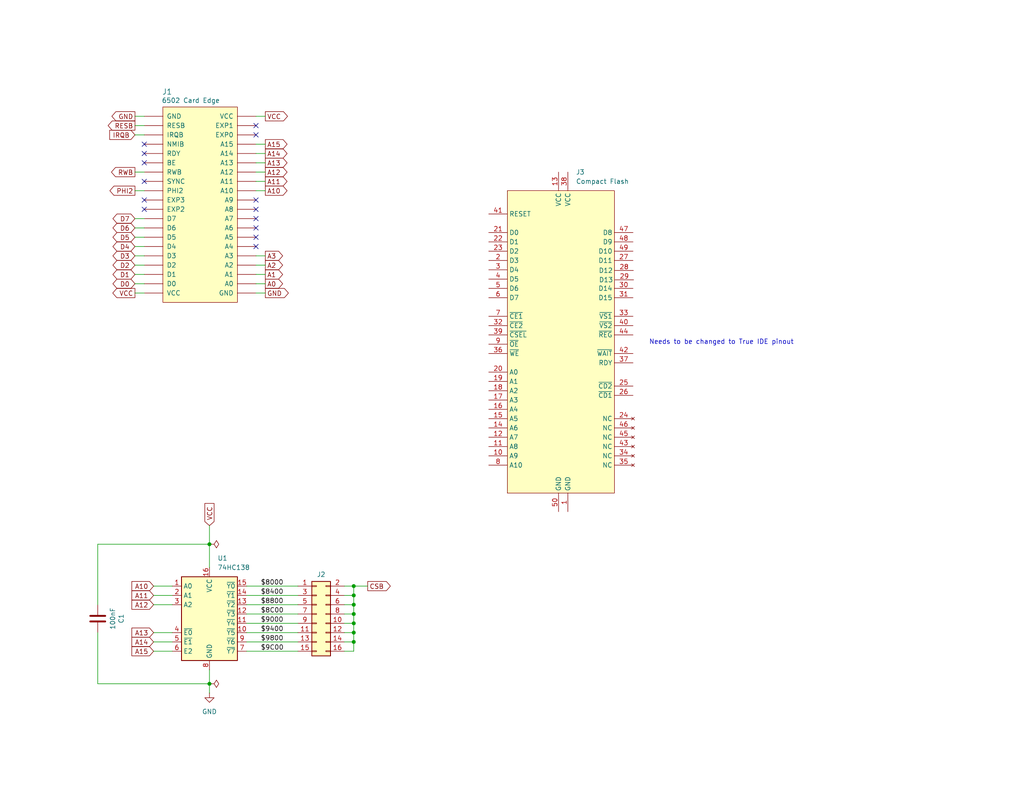
<source format=kicad_sch>
(kicad_sch (version 20231120) (generator "eeschema") (generator_version "8.0")
  (paper "USLetter")
  (title_block (title "6502 Storage Card") (date "2024-06-20") (rev "1.0") (company "A.C. Wright Design"))
  (lib_symbols
    (symbol "6502 Parts:6502 Card Edge" (pin_names (offset 1.016)) (in_bom no)
      (property "Reference" "J" (at -10.16 28.448 0))
      (property "Value" "6502 Card Edge" (at -5.588 26.924 0))
      (symbol "6502 Card Edge_1_0"
        (rectangle (start -10.16 25.4) (end 10.16 -27.94) (fill (type background)))
        (pin bidirectional line (at 15.24 -22.86 180) (length 5.08) (name "A0") (number "A0"))
        (pin bidirectional line (at 15.24 -20.32 180) (length 5.08) (name "A1") (number "A1"))
        (pin bidirectional line (at 15.24 2.54 180) (length 5.08) (name "A10") (number "A10"))
        (pin bidirectional line (at 15.24 5.08 180) (length 5.08) (name "A11") (number "A11"))
        (pin bidirectional line (at 15.24 7.62 180) (length 5.08) (name "A12") (number "A12"))
        (pin bidirectional line (at 15.24 10.16 180) (length 5.08) (name "A13") (number "A13"))
        (pin bidirectional line (at 15.24 12.7 180) (length 5.08) (name "A14") (number "A14"))
        (pin bidirectional line (at 15.24 15.24 180) (length 5.08) (name "A15") (number "A15"))
        (pin bidirectional line (at 15.24 -17.78 180) (length 5.08) (name "A2") (number "A2"))
        (pin bidirectional line (at 15.24 -15.24 180) (length 5.08) (name "A3") (number "A3"))
        (pin bidirectional line (at 15.24 -12.7 180) (length 5.08) (name "A4") (number "A4"))
        (pin bidirectional line (at 15.24 -10.16 180) (length 5.08) (name "A5") (number "A5"))
        (pin bidirectional line (at 15.24 -7.62 180) (length 5.08) (name "A6") (number "A6"))
        (pin bidirectional line (at 15.24 -5.08 180) (length 5.08) (name "A7") (number "A7"))
        (pin bidirectional line (at 15.24 -2.54 180) (length 5.08) (name "A8") (number "A8"))
        (pin bidirectional line (at 15.24 0 180) (length 5.08) (name "A9") (number "A9"))
        (pin bidirectional line (at -15.24 10.16 0) (length 5.08) (name "BE") (number "BE"))
        (pin bidirectional line (at -15.24 -22.86 0) (length 5.08) (name "D0") (number "D0"))
        (pin bidirectional line (at -15.24 -20.32 0) (length 5.08) (name "D1") (number "D1"))
        (pin bidirectional line (at -15.24 -17.78 0) (length 5.08) (name "D2") (number "D2"))
        (pin bidirectional line (at -15.24 -15.24 0) (length 5.08) (name "D3") (number "D3"))
        (pin bidirectional line (at -15.24 -12.7 0) (length 5.08) (name "D4") (number "D4"))
        (pin bidirectional line (at -15.24 -10.16 0) (length 5.08) (name "D5") (number "D5"))
        (pin bidirectional line (at -15.24 -7.62 0) (length 5.08) (name "D6") (number "D6"))
        (pin bidirectional line (at -15.24 -5.08 0) (length 5.08) (name "D7") (number "D7"))
        (pin bidirectional line (at 15.24 17.78 180) (length 5.08) (name "EXP0") (number "EXP0"))
        (pin bidirectional line (at 15.24 20.32 180) (length 5.08) (name "EXP1") (number "EXP1"))
        (pin bidirectional line (at -15.24 -2.54 0) (length 5.08) (name "EXP2") (number "EXP2"))
        (pin bidirectional line (at -15.24 0 0) (length 5.08) (name "EXP3") (number "EXP3"))
        (pin power_in line (at -15.24 22.86 0) (length 5.08) (name "GND") (number "GND"))
        (pin power_in line (at 15.24 -25.4 180) (length 5.08) (name "GND") (number "GND"))
        (pin bidirectional line (at -15.24 17.78 0) (length 5.08) (name "IRQB") (number "IRQB"))
        (pin bidirectional line (at -15.24 15.24 0) (length 5.08) (name "NMIB") (number "NMIB"))
        (pin bidirectional line (at -15.24 2.54 0) (length 5.08) (name "PHI2") (number "PHI2"))
        (pin bidirectional line (at -15.24 12.7 0) (length 5.08) (name "RDY") (number "RDY"))
        (pin bidirectional line (at -15.24 20.32 0) (length 5.08) (name "RESB") (number "RESB"))
        (pin bidirectional line (at -15.24 7.62 0) (length 5.08) (name "RWB") (number "RWB"))
        (pin bidirectional line (at -15.24 5.08 0) (length 5.08) (name "SYNC") (number "SYNC"))
        (pin power_in line (at -15.24 -25.4 0) (length 5.08) (name "VCC") (number "VCC"))
        (pin power_in line (at 15.24 22.86 180) (length 5.08) (name "VCC") (number "VCC"))
      )
    )
    (symbol "6502 Parts:Compact Flash"
      (property "Reference" "J" (at 4.572 42.926 0))
      (property "Value" "Compact Flash" (at 11.176 40.894 0))
      (symbol "Compact Flash_1_0"
        (pin power_in line (at 1.27 -48.26 90) (length 5.08) (name "GND") (number "1"))
        (pin input line (at -20.32 -33.02 0) (length 5.08) (name "A9") (number "10"))
        (pin input line (at -20.32 -30.48 0) (length 5.08) (name "A8") (number "11"))
        (pin input line (at -20.32 -27.94 0) (length 5.08) (name "A7") (number "12"))
        (pin power_in line (at -1.27 44.45 270) (length 5.08) (name "VCC") (number "13"))
        (pin input line (at -20.32 -25.4 0) (length 5.08) (name "A6") (number "14"))
        (pin input line (at -20.32 -22.86 0) (length 5.08) (name "A5") (number "15"))
        (pin input line (at -20.32 -20.32 0) (length 5.08) (name "A4") (number "16"))
        (pin input line (at -20.32 -17.78 0) (length 5.08) (name "A3") (number "17"))
        (pin input line (at -20.32 -15.24 0) (length 5.08) (name "A2") (number "18"))
        (pin input line (at -20.32 -12.7 0) (length 5.08) (name "A1") (number "19"))
        (pin bidirectional line (at -20.32 20.32 0) (length 5.08) (name "D3") (number "2"))
        (pin input line (at -20.32 -10.16 0) (length 5.08) (name "A0") (number "20"))
        (pin bidirectional line (at -20.32 27.94 0) (length 5.08) (name "D0") (number "21"))
        (pin bidirectional line (at -20.32 25.4 0) (length 5.08) (name "D1") (number "22"))
        (pin bidirectional line (at -20.32 22.86 0) (length 5.08) (name "D2") (number "23"))
        (pin no_connect line (at 19.05 -22.86 180) (length 5.08) (name "NC") (number "24"))
        (pin output line (at 19.05 -13.97 180) (length 5.08) (name "~{CD2}") (number "25"))
        (pin output line (at 19.05 -16.51 180) (length 5.08) (name "~{CD1}") (number "26"))
        (pin bidirectional line (at 19.05 20.32 180) (length 5.08) (name "D11") (number "27"))
        (pin bidirectional line (at 19.1511 17.5917 180) (length 5.08) (name "D12") (number "28"))
        (pin bidirectional line (at 19.215 15.0361 180) (length 5.08) (name "D13") (number "29"))
        (pin bidirectional line (at -20.32 17.78 0) (length 5.08) (name "D4") (number "3"))
        (pin bidirectional line (at 19.05 12.7 180) (length 5.08) (name "D14") (number "30"))
        (pin bidirectional line (at 19.05 10.16 180) (length 5.08) (name "D15") (number "31"))
        (pin input line (at -20.32 2.54 0) (length 5.08) (name "~{CE2}") (number "32"))
        (pin output line (at 19.05 5.08 180) (length 5.08) (name "~{VS1}") (number "33"))
        (pin no_connect line (at 19.05 -33.02 180) (length 5.08) (name "NC") (number "34"))
        (pin no_connect line (at 19.05 -35.56 180) (length 5.08) (name "NC") (number "35"))
        (pin input line (at -20.32 -5.08 0) (length 5.08) (name "~{WE}") (number "36"))
        (pin output line (at 19.05 -7.62 180) (length 5.08) (name "RDY") (number "37"))
        (pin power_in line (at 1.27 44.45 270) (length 5.08) (name "VCC") (number "38"))
        (pin input line (at -20.32 0 0) (length 5.08) (name "~{CSEL}") (number "39"))
        (pin bidirectional line (at -20.32 15.24 0) (length 5.08) (name "D5") (number "4"))
        (pin input line (at 19.05 2.54 180) (length 5.08) (name "~{VS2}") (number "40"))
        (pin input line (at -20.32 33.02 0) (length 5.08) (name "RESET") (number "41"))
        (pin output line (at 19.05 -5.08 180) (length 5.08) (name "~{WAIT}") (number "42"))
        (pin no_connect line (at 19.05 -30.48 180) (length 5.08) (name "NC") (number "43"))
        (pin input line (at 19.05 0 180) (length 5.08) (name "~{REG}") (number "44"))
        (pin no_connect line (at 19.05 -27.94 180) (length 5.08) (name "NC") (number "45"))
        (pin no_connect line (at 19.05 -25.4 180) (length 5.08) (name "NC") (number "46"))
        (pin bidirectional line (at 19.05 27.94 180) (length 5.08) (name "D8") (number "47"))
        (pin bidirectional line (at 19.05 25.4 180) (length 5.08) (name "D9") (number "48"))
        (pin bidirectional line (at 19.05 22.86 180) (length 5.08) (name "D10") (number "49"))
        (pin bidirectional line (at -20.32 12.7 0) (length 5.08) (name "D6") (number "5"))
        (pin power_in line (at -1.27 -48.26 90) (length 5.08) (name "GND") (number "50"))
        (pin bidirectional line (at -20.32 10.16 0) (length 5.08) (name "D7") (number "6"))
        (pin input line (at -20.32 5.08 0) (length 5.08) (name "~{CE1}") (number "7"))
        (pin input line (at -20.32 -35.56 0) (length 5.08) (name "A10") (number "8"))
        (pin input line (at -20.32 -2.54 0) (length 5.08) (name "~{OE}") (number "9"))
      )
      (symbol "Compact Flash_1_1"
        (rectangle (start -15.24 39.37) (end 13.97 -43.18) (fill (type background)))
      )
    )
    (symbol "74xx:74HC138"
      (property "Reference" "U" (at -7.62 13.97 0))
      (property "Value" "74HC138" (at 2.54 -11.43 0))
      (symbol "74HC138_0_1"
        (rectangle (start -7.62 12.7) (end 7.62 -10.16) (stroke (width 0.254)) (fill (type background)))
      )
      (symbol "74HC138_1_1"
        (pin input line (at -10.16 10.16 0) (length 2.54) (name "A0") (number "1"))
        (pin output line (at 10.16 -2.54 180) (length 2.54) (name "~{Y5}") (number "10"))
        (pin output line (at 10.16 0 180) (length 2.54) (name "~{Y4}") (number "11"))
        (pin output line (at 10.16 2.54 180) (length 2.54) (name "~{Y3}") (number "12"))
        (pin output line (at 10.16 5.08 180) (length 2.54) (name "~{Y2}") (number "13"))
        (pin output line (at 10.16 7.62 180) (length 2.54) (name "~{Y1}") (number "14"))
        (pin output line (at 10.16 10.16 180) (length 2.54) (name "~{Y0}") (number "15"))
        (pin power_in line (at 0 15.24 270) (length 2.54) (name "VCC") (number "16"))
        (pin input line (at -10.16 7.62 0) (length 2.54) (name "A1") (number "2"))
        (pin input line (at -10.16 5.08 0) (length 2.54) (name "A2") (number "3"))
        (pin input line (at -10.16 -2.54 0) (length 2.54) (name "~{E0}") (number "4"))
        (pin input line (at -10.16 -5.08 0) (length 2.54) (name "~{E1}") (number "5"))
        (pin input line (at -10.16 -7.62 0) (length 2.54) (name "E2") (number "6"))
        (pin output line (at 10.16 -7.62 180) (length 2.54) (name "~{Y7}") (number "7"))
        (pin power_in line (at 0 -12.7 90) (length 2.54) (name "GND") (number "8"))
        (pin output line (at 10.16 -5.08 180) (length 2.54) (name "~{Y6}") (number "9"))
      )
    )
    (symbol "Connector_Generic:Conn_02x08_Odd_Even" (pin_names (offset 1.016) hide)
      (property "Reference" "J" (at 1.27 10.16 0))
      (property "Value" "Conn_02x08_Odd_Even" (at 1.27 -12.7 0))
      (symbol "Conn_02x08_Odd_Even_1_1"
        (rectangle (start -1.27 -10.033) (end 0 -10.287) (stroke (width 0.1524)))
        (rectangle (start -1.27 -7.493) (end 0 -7.747) (stroke (width 0.1524)))
        (rectangle (start -1.27 -4.953) (end 0 -5.207) (stroke (width 0.1524)))
        (rectangle (start -1.27 -2.413) (end 0 -2.667) (stroke (width 0.1524)))
        (rectangle (start -1.27 0.127) (end 0 -0.127) (stroke (width 0.1524)))
        (rectangle (start -1.27 2.667) (end 0 2.413) (stroke (width 0.1524)))
        (rectangle (start -1.27 5.207) (end 0 4.953) (stroke (width 0.1524)))
        (rectangle (start -1.27 7.747) (end 0 7.493) (stroke (width 0.1524)))
        (rectangle (start -1.27 8.89) (end 3.81 -11.43) (stroke (width 0.254)) (fill (type background)))
        (rectangle (start 3.81 -10.033) (end 2.54 -10.287) (stroke (width 0.1524)))
        (rectangle (start 3.81 -7.493) (end 2.54 -7.747) (stroke (width 0.1524)))
        (rectangle (start 3.81 -4.953) (end 2.54 -5.207) (stroke (width 0.1524)))
        (rectangle (start 3.81 -2.413) (end 2.54 -2.667) (stroke (width 0.1524)))
        (rectangle (start 3.81 0.127) (end 2.54 -0.127) (stroke (width 0.1524)))
        (rectangle (start 3.81 2.667) (end 2.54 2.413) (stroke (width 0.1524)))
        (rectangle (start 3.81 5.207) (end 2.54 4.953) (stroke (width 0.1524)))
        (rectangle (start 3.81 7.747) (end 2.54 7.493) (stroke (width 0.1524)))
        (pin passive line (at -5.08 7.62 0) (length 3.81) (name "Pin_1") (number "1"))
        (pin passive line (at 7.62 -2.54 180) (length 3.81) (name "Pin_10") (number "10"))
        (pin passive line (at -5.08 -5.08 0) (length 3.81) (name "Pin_11") (number "11"))
        (pin passive line (at 7.62 -5.08 180) (length 3.81) (name "Pin_12") (number "12"))
        (pin passive line (at -5.08 -7.62 0) (length 3.81) (name "Pin_13") (number "13"))
        (pin passive line (at 7.62 -7.62 180) (length 3.81) (name "Pin_14") (number "14"))
        (pin passive line (at -5.08 -10.16 0) (length 3.81) (name "Pin_15") (number "15"))
        (pin passive line (at 7.62 -10.16 180) (length 3.81) (name "Pin_16") (number "16"))
        (pin passive line (at 7.62 7.62 180) (length 3.81) (name "Pin_2") (number "2"))
        (pin passive line (at -5.08 5.08 0) (length 3.81) (name "Pin_3") (number "3"))
        (pin passive line (at 7.62 5.08 180) (length 3.81) (name "Pin_4") (number "4"))
        (pin passive line (at -5.08 2.54 0) (length 3.81) (name "Pin_5") (number "5"))
        (pin passive line (at 7.62 2.54 180) (length 3.81) (name "Pin_6") (number "6"))
        (pin passive line (at -5.08 0 0) (length 3.81) (name "Pin_7") (number "7"))
        (pin passive line (at 7.62 0 180) (length 3.81) (name "Pin_8") (number "8"))
        (pin passive line (at -5.08 -2.54 0) (length 3.81) (name "Pin_9") (number "9"))
      )
    )
    (symbol "Device:C" (pin_numbers hide) (pin_names (offset 0.254))
      (property "Reference" "C" (at 0.635 2.54 0))
      (property "Value" "C" (at 0.635 -2.54 0))
      (symbol "C_0_1"
        (polyline (pts (xy -2.032 -0.762) (xy 2.032 -0.762)) (stroke (width 0.508)))
        (polyline (pts (xy -2.032 0.762) (xy 2.032 0.762)) (stroke (width 0.508)))
      )
      (symbol "C_1_1"
        (pin passive line (at 0 3.81 270) (length 2.794) (name "~") (number "1"))
        (pin passive line (at 0 -3.81 90) (length 2.794) (name "~") (number "2"))
      )
    )
    (symbol "power:GND" (power) (pin_numbers hide) (pin_names (offset 0) hide)
      (property "Value" "GND" (at 0 -3.81 0))
      (symbol "GND_0_1"
        (polyline (pts (xy 0 0) (xy 0 -1.27) (xy 1.27 -1.27) (xy 0 -2.54) (xy -1.27 -1.27) (xy 0 -1.27)))
      )
      (symbol "GND_1_1"
        (pin power_in line (at 0 0 270) (length 0) (name "~") (number "1"))
      )
    )
    (symbol "power:PWR_FLAG" (power) (pin_numbers hide) (pin_names (offset 0) hide)
      (property "Value" "PWR_FLAG" (at 0 3.81 0))
      (symbol "PWR_FLAG_0_0"
        (pin power_out line (at 0 0 90) (length 0) (name "~") (number "1"))
      )
      (symbol "PWR_FLAG_0_1"
        (polyline (pts (xy 0 0) (xy 0 1.27) (xy -1.016 1.905) (xy 0 2.54) (xy 1.016 1.905) (xy 0 1.27)))
      )
    )
  )
  (junction (at 96.52 162.56))
  (junction (at 96.52 160.02))
  (junction (at 57.15 186.69))
  (junction (at 96.52 170.18))
  (junction (at 96.52 165.1))
  (junction (at 96.52 167.64))
  (junction (at 57.15 148.59))
  (junction (at 96.52 175.26))
  (junction (at 96.52 172.72))
  (no_connect (at 69.85 36.83))
  (no_connect (at 39.37 39.37))
  (no_connect (at 69.85 59.69))
  (no_connect (at 39.37 49.53))
  (no_connect (at 39.37 41.91))
  (no_connect (at 69.85 64.77))
  (no_connect (at 39.37 57.15))
  (no_connect (at 69.85 54.61))
  (no_connect (at 69.85 34.29))
  (no_connect (at 39.37 54.61))
  (no_connect (at 69.85 67.31))
  (no_connect (at 69.85 62.23))
  (no_connect (at 39.37 44.45))
  (no_connect (at 69.85 57.15))
  (wire (pts (xy 69.85 72.39) (xy 72.39 72.39)))
  (wire (pts (xy 96.52 167.64) (xy 93.98 167.64)))
  (wire (pts (xy 36.83 52.07) (xy 39.37 52.07)))
  (wire (pts (xy 36.83 31.75) (xy 39.37 31.75)))
  (wire (pts (xy 36.83 74.93) (xy 39.37 74.93)))
  (wire (pts (xy 36.83 36.83) (xy 39.37 36.83)))
  (wire (pts (xy 41.91 175.26) (xy 46.99 175.26)))
  (wire (pts (xy 36.83 69.85) (xy 39.37 69.85)))
  (wire (pts (xy 36.83 34.29) (xy 39.37 34.29)))
  (wire (pts (xy 41.91 162.56) (xy 46.99 162.56)))
  (wire (pts (xy 36.83 77.47) (xy 39.37 77.47)))
  (wire (pts (xy 67.31 162.56) (xy 81.28 162.56)))
  (wire (pts (xy 69.85 77.47) (xy 72.39 77.47)))
  (wire (pts (xy 67.31 177.8) (xy 81.28 177.8)))
  (wire (pts (xy 96.52 175.26) (xy 96.52 172.72)))
  (wire (pts (xy 96.52 172.72) (xy 96.52 170.18)))
  (wire (pts (xy 96.52 170.18) (xy 93.98 170.18)))
  (wire (pts (xy 36.83 62.23) (xy 39.37 62.23)))
  (wire (pts (xy 69.85 80.01) (xy 72.39 80.01)))
  (wire (pts (xy 26.67 148.59) (xy 26.67 165.1)))
  (wire (pts (xy 67.31 175.26) (xy 81.28 175.26)))
  (wire (pts (xy 69.85 31.75) (xy 72.39 31.75)))
  (wire (pts (xy 41.91 177.8) (xy 46.99 177.8)))
  (wire (pts (xy 36.83 64.77) (xy 39.37 64.77)))
  (wire (pts (xy 57.15 148.59) (xy 57.15 154.94)))
  (wire (pts (xy 69.85 39.37) (xy 72.39 39.37)))
  (wire (pts (xy 67.31 160.02) (xy 81.28 160.02)))
  (wire (pts (xy 41.91 160.02) (xy 46.99 160.02)))
  (wire (pts (xy 69.85 46.99) (xy 72.39 46.99)))
  (wire (pts (xy 69.85 49.53) (xy 72.39 49.53)))
  (wire (pts (xy 69.85 44.45) (xy 72.39 44.45)))
  (wire (pts (xy 26.67 186.69) (xy 26.67 172.72)))
  (wire (pts (xy 57.15 186.69) (xy 57.15 189.23)))
  (wire (pts (xy 36.83 46.99) (xy 39.37 46.99)))
  (wire (pts (xy 69.85 52.07) (xy 72.39 52.07)))
  (wire (pts (xy 67.31 167.64) (xy 81.28 167.64)))
  (wire (pts (xy 67.31 170.18) (xy 81.28 170.18)))
  (wire (pts (xy 96.52 162.56) (xy 96.52 160.02)))
  (wire (pts (xy 67.31 172.72) (xy 81.28 172.72)))
  (wire (pts (xy 57.15 148.59) (xy 57.15 143.51)))
  (wire (pts (xy 96.52 160.02) (xy 100.33 160.02)))
  (wire (pts (xy 26.67 186.69) (xy 57.15 186.69)))
  (wire (pts (xy 41.91 165.1) (xy 46.99 165.1)))
  (wire (pts (xy 93.98 165.1) (xy 96.52 165.1)))
  (wire (pts (xy 41.91 172.72) (xy 46.99 172.72)))
  (wire (pts (xy 67.31 165.1) (xy 81.28 165.1)))
  (wire (pts (xy 69.85 69.85) (xy 72.39 69.85)))
  (wire (pts (xy 36.83 80.01) (xy 39.37 80.01)))
  (wire (pts (xy 96.52 177.8) (xy 96.52 175.26)))
  (wire (pts (xy 96.52 162.56) (xy 93.98 162.56)))
  (wire (pts (xy 96.52 170.18) (xy 96.52 167.64)))
  (wire (pts (xy 96.52 167.64) (xy 96.52 165.1)))
  (wire (pts (xy 96.52 172.72) (xy 93.98 172.72)))
  (wire (pts (xy 36.83 72.39) (xy 39.37 72.39)))
  (wire (pts (xy 93.98 160.02) (xy 96.52 160.02)))
  (wire (pts (xy 69.85 74.93) (xy 72.39 74.93)))
  (wire (pts (xy 57.15 148.59) (xy 26.67 148.59)))
  (wire (pts (xy 69.85 41.91) (xy 72.39 41.91)))
  (wire (pts (xy 96.52 165.1) (xy 96.52 162.56)))
  (wire (pts (xy 57.15 182.88) (xy 57.15 186.69)))
  (wire (pts (xy 96.52 175.26) (xy 93.98 175.26)))
  (wire (pts (xy 36.83 67.31) (xy 39.37 67.31)))
  (wire (pts (xy 36.83 59.69) (xy 39.37 59.69)))
  (wire (pts (xy 93.98 177.8) (xy 96.52 177.8)))
  (text "Needs to be changed to True IDE pinout" (at 196.85 93.472 0) (effects (font (size 1.27 1.27))))
  (label "$8000" (at 71.12 160.02 0))
  (label "$9C00" (at 71.12 177.8 0))
  (label "$9400" (at 71.12 172.72 0))
  (label "$8400" (at 71.12 162.56 0))
  (label "$8C00" (at 71.12 167.64 0))
  (label "$9800" (at 71.12 175.26 0))
  (label "$8800" (at 71.12 165.1 0))
  (label "$9000" (at 71.12 170.18 0))
  (global_label "CSB" (shape output) (at 100.33 160.02 0) (property "Intersheetrefs" "${INTERSHEET_REFS}" (effects (hide yes))))
  (global_label "VCC" (shape input) (at 57.15 143.51 90) (property "Intersheetrefs" "${INTERSHEET_REFS}" (effects (hide yes))))
  (global_label "A3" (shape output) (at 72.39 69.85 0) (property "Intersheetrefs" "${INTERSHEET_REFS}" (effects (hide yes))))
  (global_label "A12" (shape output) (at 72.39 46.99 0) (property "Intersheetrefs" "${INTERSHEET_REFS}" (effects (hide yes))))
  (global_label "A11" (shape output) (at 72.39 49.53 0) (property "Intersheetrefs" "${INTERSHEET_REFS}" (effects (hide yes))))
  (global_label "A12" (shape input) (at 41.91 165.1 180) (property "Intersheetrefs" "${INTERSHEET_REFS}" (effects (hide yes))))
  (global_label "GND" (shape output) (at 36.83 31.75 180) (property "Intersheetrefs" "${INTERSHEET_REFS}" (effects (hide yes))))
  (global_label "A15" (shape input) (at 41.91 177.8 180) (property "Intersheetrefs" "${INTERSHEET_REFS}" (effects (hide yes))))
  (global_label "A13" (shape input) (at 41.91 172.72 180) (property "Intersheetrefs" "${INTERSHEET_REFS}" (effects (hide yes))))
  (global_label "A14" (shape output) (at 72.39 41.91 0) (property "Intersheetrefs" "${INTERSHEET_REFS}" (effects (hide yes))))
  (global_label "D3" (shape bidirectional) (at 36.83 69.85 180) (property "Intersheetrefs" "${INTERSHEET_REFS}" (effects (hide yes))))
  (global_label "D4" (shape bidirectional) (at 36.83 67.31 180) (property "Intersheetrefs" "${INTERSHEET_REFS}" (effects (hide yes))))
  (global_label "D6" (shape bidirectional) (at 36.83 62.23 180) (property "Intersheetrefs" "${INTERSHEET_REFS}" (effects (hide yes))))
  (global_label "D0" (shape bidirectional) (at 36.83 77.47 180) (property "Intersheetrefs" "${INTERSHEET_REFS}" (effects (hide yes))))
  (global_label "D2" (shape bidirectional) (at 36.83 72.39 180) (property "Intersheetrefs" "${INTERSHEET_REFS}" (effects (hide yes))))
  (global_label "A0" (shape output) (at 72.39 77.47 0) (property "Intersheetrefs" "${INTERSHEET_REFS}" (effects (hide yes))))
  (global_label "PHI2" (shape output) (at 36.83 52.07 180) (property "Intersheetrefs" "${INTERSHEET_REFS}" (effects (hide yes))))
  (global_label "A10" (shape output) (at 72.39 52.07 0) (property "Intersheetrefs" "${INTERSHEET_REFS}" (effects (hide yes))))
  (global_label "GND" (shape output) (at 72.39 80.01 0) (property "Intersheetrefs" "${INTERSHEET_REFS}" (effects (hide yes))))
  (global_label "A2" (shape output) (at 72.39 72.39 0) (property "Intersheetrefs" "${INTERSHEET_REFS}" (effects (hide yes))))
  (global_label "A11" (shape input) (at 41.91 162.56 180) (property "Intersheetrefs" "${INTERSHEET_REFS}" (effects (hide yes))))
  (global_label "RWB" (shape output) (at 36.83 46.99 180) (property "Intersheetrefs" "${INTERSHEET_REFS}" (effects (hide yes))))
  (global_label "D7" (shape bidirectional) (at 36.83 59.69 180) (property "Intersheetrefs" "${INTERSHEET_REFS}" (effects (hide yes))))
  (global_label "D1" (shape bidirectional) (at 36.83 74.93 180) (property "Intersheetrefs" "${INTERSHEET_REFS}" (effects (hide yes))))
  (global_label "A1" (shape output) (at 72.39 74.93 0) (property "Intersheetrefs" "${INTERSHEET_REFS}" (effects (hide yes))))
  (global_label "VCC" (shape output) (at 72.39 31.75 0) (property "Intersheetrefs" "${INTERSHEET_REFS}" (effects (hide yes))))
  (global_label "A14" (shape input) (at 41.91 175.26 180) (property "Intersheetrefs" "${INTERSHEET_REFS}" (effects (hide yes))))
  (global_label "VCC" (shape output) (at 36.83 80.01 180) (property "Intersheetrefs" "${INTERSHEET_REFS}" (effects (hide yes))))
  (global_label "D5" (shape bidirectional) (at 36.83 64.77 180) (property "Intersheetrefs" "${INTERSHEET_REFS}" (effects (hide yes))))
  (global_label "A15" (shape output) (at 72.39 39.37 0) (property "Intersheetrefs" "${INTERSHEET_REFS}" (effects (hide yes))))
  (global_label "RESB" (shape output) (at 36.83 34.29 180) (property "Intersheetrefs" "${INTERSHEET_REFS}" (effects (hide yes))))
  (global_label "A10" (shape input) (at 41.91 160.02 180) (property "Intersheetrefs" "${INTERSHEET_REFS}" (effects (hide yes))))
  (global_label "A13" (shape output) (at 72.39 44.45 0) (property "Intersheetrefs" "${INTERSHEET_REFS}" (effects (hide yes))))
  (global_label "IRQB" (shape input) (at 36.83 36.83 180) (property "Intersheetrefs" "${INTERSHEET_REFS}" (effects (hide yes))))
  (symbol (lib_id "power:PWR_FLAG") (at 57.15 186.69 270) (unit 1)
    (property "Reference" "#FLG02" (effects (hide yes)))
    (property "Value" "PWR_FLAG" (effects (hide yes)))
    (property "Description" "Special symbol for telling ERC where power comes from" (effects (hide yes)))
  )
  (symbol (lib_id "6502 Parts:Compact Flash") (at 153.67 91.44 0) (unit 1)
    (property "Reference" "J3" (at 157.1341 46.99 0) (effects (justify left)))
    (property "Value" "Compact Flash" (at 157.1341 49.53 0) (effects (justify left)))
    (property "Datasheet" "https://en.wikibooks.org/wiki/Practical_Electronics/Device_pinouts/CompactFlash_cards" (effects (hide yes)))
  )
  (symbol (lib_id "Connector_Generic:Conn_02x08_Odd_Even") (at 86.36 167.64 0) (unit 1) (in_bom no)
    (property "Reference" "J2" (at 87.63 156.845 0))
    (property "Value" "Conn_02x08_Odd_Even" (effects (hide yes)))
    (property "Footprint" "Connector_PinHeader_2.54mm:PinHeader_2x08_P2.54mm_Vertical" (effects (hide yes)))
  )
  (symbol (lib_id "power:PWR_FLAG") (at 57.15 148.59 270) (unit 1)
    (property "Reference" "#FLG01" (effects (hide yes)))
    (property "Value" "PWR_FLAG" (effects (hide yes)))
    (property "Description" "Special symbol for telling ERC where power comes from" (effects (hide yes)))
  )
  (symbol (lib_id "6502 Parts:6502 Card Edge") (at 54.61 54.61 0) (unit 1) (in_bom no)
    (property "Reference" "J1" (at 44.196 25.908 0) (effects (font (size 1.4986 1.4986)) (justify left bottom)))
    (property "Value" "6502 Card Edge" (at 52.07 27.432 0))
    (property "Footprint" "6502 Parts:6502 Card Edge" (effects (hide yes)))
  )
  (symbol (lib_id "74xx:74HC138") (at 57.15 170.18 0) (unit 1)
    (property "Reference" "U1" (at 59.3441 152.4 0) (effects (justify left)))
    (property "Value" "74HC138" (at 59.3441 154.94 0) (effects (justify left)))
    (property "Footprint" "Package_SO:SOIC-16_3.9x9.9mm_P1.27mm" (effects (hide yes)))
    (property "Datasheet" "http://www.ti.com/lit/ds/symlink/cd74hc238.pdf" (effects (hide yes)))
    (property "Description" "3-to-8 line decoder/multiplexer inverting, DIP-16/SOIC-16/SSOP-16" (effects (hide yes)))
    (property "LCSC" "C5602" (effects (hide yes)))
  )
  (symbol (lib_id "power:GND") (at 57.15 189.23 0) (unit 1)
    (property "Reference" "#PWR01" (effects (hide yes)))
    (property "Value" "GND" (at 57.15 194.31 0))
    (property "Description" "Power symbol creates a global label with name \"GND\" , ground" (effects (hide yes)))
  )
  (symbol (lib_id "Device:C") (at 26.67 168.91 0) (unit 1)
    (property "Reference" "C1" (at 33.0708 168.91 90))
    (property "Value" "100nF" (at 30.7594 168.91 90))
    (property "Footprint" "Capacitor_SMD:C_0805_2012Metric" (effects (hide yes)))
    (property "LCSC" "C49678" (effects (hide yes)))
  )
)
</source>
